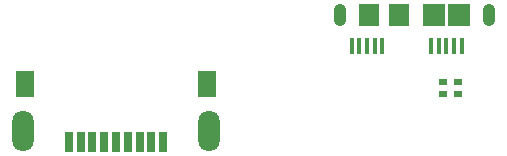
<source format=gtp>
G04 #@! TF.FileFunction,Paste,Top*
%FSLAX46Y46*%
G04 Gerber Fmt 4.6, Leading zero omitted, Abs format (unit mm)*
G04 Created by KiCad (PCBNEW (2015-07-17 BZR 5958)-product) date 8/7/2015 1:36:20 AM*
%MOMM*%
G01*
G04 APERTURE LIST*
%ADD10C,0.150000*%
%ADD11R,0.650000X0.600000*%
%ADD12R,1.800000X1.900000*%
%ADD13R,0.400000X1.350000*%
%ADD14R,1.900000X1.900000*%
%ADD15O,1.050000X1.900000*%
%ADD16O,1.800000X3.500000*%
%ADD17R,0.700000X1.800000*%
%ADD18R,1.640000X2.200000*%
G04 APERTURE END LIST*
D10*
D11*
X109601000Y-49792000D03*
X109601000Y-50792000D03*
X110871000Y-49792000D03*
X110871000Y-50792000D03*
D12*
X105871000Y-44122000D03*
D13*
X103171000Y-46797000D03*
X102521000Y-46797000D03*
X101871000Y-46797000D03*
X103821000Y-46797000D03*
X104471000Y-46797000D03*
X109871000Y-46797000D03*
X109221000Y-46797000D03*
X108571000Y-46797000D03*
X110521000Y-46797000D03*
X111171000Y-46797000D03*
D14*
X110946000Y-44122000D03*
X108796000Y-44122000D03*
D15*
X113471000Y-44122000D03*
D12*
X103371000Y-44122000D03*
D15*
X100921000Y-44122000D03*
D16*
X74015000Y-53958000D03*
X89815000Y-53958000D03*
D17*
X81915000Y-54858000D03*
X80915000Y-54858000D03*
X79915000Y-54858000D03*
X78915000Y-54858000D03*
X77915000Y-54858000D03*
X82915000Y-54858000D03*
X83915000Y-54858000D03*
X84915000Y-54858000D03*
X85915000Y-54858000D03*
D18*
X74245000Y-49958000D03*
X89585000Y-49958000D03*
M02*

</source>
